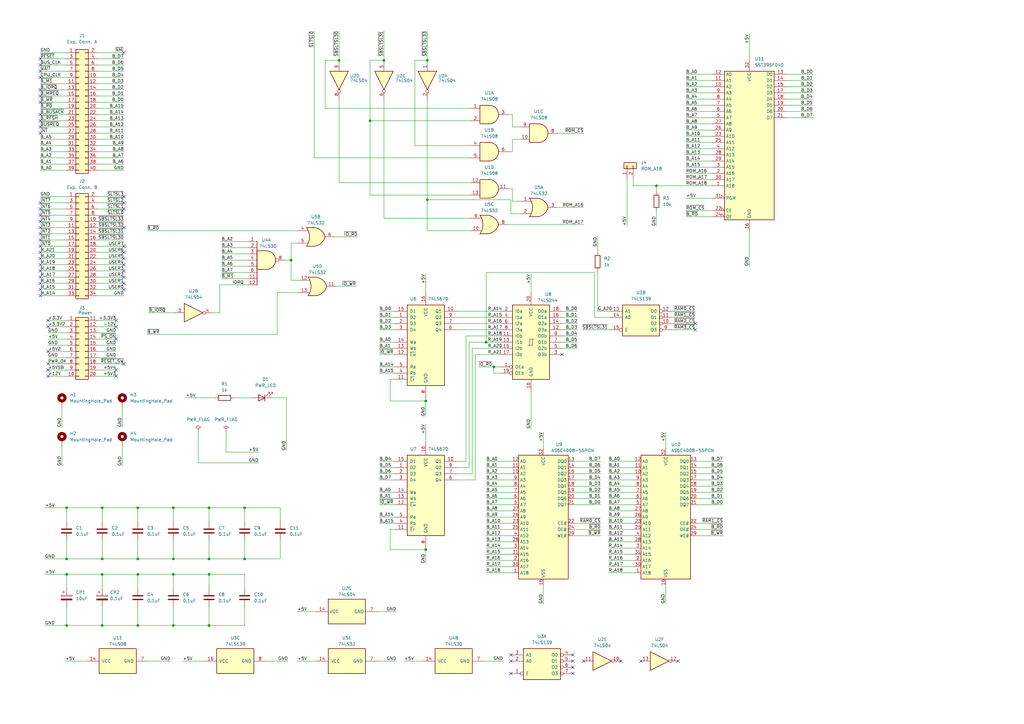
<source format=kicad_sch>
(kicad_sch (version 20230121) (generator eeschema)
  (paper "A3")
  (title_block (title "A SZ80C board with an MSX memory mapper and MSX ROMs") (date "2023-09-27") (rev "1.0"))
  (junction (at 56.515 229.235))
  (junction (at 27.305 256.54))
  (junction (at 71.12 256.54))
  (junction (at 41.91 256.54))
  (junction (at 202.565 150.495))
  (junction (at 71.12 235.585))
  (junction (at 41.91 235.585))
  (junction (at 269.24 76.2))
  (junction (at 27.305 235.585))
  (junction (at 56.515 235.585))
  (junction (at 56.515 256.54))
  (junction (at 71.12 229.235))
  (junction (at 100.33 229.235))
  (junction (at 174.625 225.425))
  (junction (at 175.26 81.915))
  (junction (at 157.48 24.765))
  (junction (at 175.26 24.765))
  (junction (at 41.91 229.235))
  (junction (at 139.065 24.765))
  (junction (at 27.305 208.28))
  (junction (at 71.12 208.28))
  (junction (at 151.765 49.53))
  (junction (at 27.305 229.235))
  (junction (at 100.33 208.28))
  (junction (at 199.39 140.335))
  (junction (at 174.625 164.465))
  (junction (at 85.725 256.54))
  (junction (at 85.725 235.585))
  (junction (at 56.515 208.28))
  (junction (at 85.725 229.235))
  (junction (at 85.725 208.28))
  (junction (at 119.38 106.68))
  (junction (at 41.91 208.28))
  (no_connect (at 50.8 149.225))
  (no_connect (at 209.55 271.145))
  (no_connect (at 19.685 131.445))
  (no_connect (at 16.51 103.505))
  (no_connect (at 19.685 151.765))
  (no_connect (at 16.51 108.585))
  (no_connect (at 50.8 113.665))
  (no_connect (at 50.8 108.585))
  (no_connect (at 16.51 116.205))
  (no_connect (at 50.8 116.205))
  (no_connect (at 209.55 276.225))
  (no_connect (at 50.8 103.505))
  (no_connect (at 234.95 273.685))
  (no_connect (at 16.51 54.61))
  (no_connect (at 285.115 135.255))
  (no_connect (at 16.51 49.53))
  (no_connect (at 16.51 90.805))
  (no_connect (at 50.8 80.645))
  (no_connect (at 19.685 133.985))
  (no_connect (at 230.505 145.415))
  (no_connect (at 234.95 271.145))
  (no_connect (at 254.635 271.145))
  (no_connect (at 16.51 111.125))
  (no_connect (at 16.51 106.045))
  (no_connect (at 239.395 271.145))
  (no_connect (at 19.685 149.225))
  (no_connect (at 50.8 21.59))
  (no_connect (at 50.8 93.345))
  (no_connect (at 47.625 139.065))
  (no_connect (at 16.51 88.265))
  (no_connect (at 16.51 24.13))
  (no_connect (at 50.8 85.725))
  (no_connect (at 16.51 113.665))
  (no_connect (at 209.55 268.605))
  (no_connect (at 50.8 100.965))
  (no_connect (at 16.51 52.07))
  (no_connect (at 47.625 133.985))
  (no_connect (at 16.51 39.37))
  (no_connect (at 50.8 118.745))
  (no_connect (at 278.13 271.145))
  (no_connect (at 262.89 271.145))
  (no_connect (at 16.51 85.725))
  (no_connect (at 19.685 154.305))
  (no_connect (at 16.51 31.75))
  (no_connect (at 16.51 95.885))
  (no_connect (at 16.51 98.425))
  (no_connect (at 16.51 26.67))
  (no_connect (at 285.115 132.715))
  (no_connect (at 19.685 144.145))
  (no_connect (at 16.51 41.91))
  (no_connect (at 234.95 276.225))
  (no_connect (at 50.8 111.125))
  (no_connect (at 47.625 151.765))
  (no_connect (at 16.51 29.21))
  (no_connect (at 47.625 131.445))
  (no_connect (at 16.51 118.745))
  (no_connect (at 16.51 36.83))
  (no_connect (at 16.51 83.185))
  (no_connect (at 234.95 268.605))
  (no_connect (at 47.625 154.305))
  (no_connect (at 16.51 121.285))
  (no_connect (at 50.8 106.045))
  (no_connect (at 50.8 83.185))
  (no_connect (at 16.51 46.99))
  (no_connect (at 16.51 100.965))
  (no_connect (at 16.51 93.345))
  (wire (pts (xy 50.8 36.83) (xy 40.005 36.83)))
  (wire (pts (xy 71.12 229.235) (xy 56.515 229.235)))
  (wire (pts (xy 71.12 221.615) (xy 71.12 229.235)))
  (wire (pts (xy 40.005 103.505) (xy 50.8 103.505)))
  (wire (pts (xy 81.28 177.165) (xy 81.28 189.865)))
  (wire (pts (xy 174.625 164.465) (xy 174.625 163.195)))
  (wire (pts (xy 275.59 127.635) (xy 285.115 127.635)))
  (wire (pts (xy 199.39 209.55) (xy 210.185 209.55)))
  (wire (pts (xy 249.555 217.17) (xy 260.35 217.17)))
  (wire (pts (xy 333.375 48.26) (xy 322.58 48.26)))
  (wire (pts (xy 236.855 140.335) (xy 230.505 140.335)))
  (wire (pts (xy 199.39 232.41) (xy 210.185 232.41)))
  (wire (pts (xy 249.555 204.47) (xy 260.35 204.47)))
  (wire (pts (xy 199.39 140.335) (xy 205.105 140.335)))
  (wire (pts (xy 16.51 113.665) (xy 27.305 113.665)))
  (wire (pts (xy 128.905 12.7) (xy 128.905 64.77)))
  (wire (pts (xy 85.725 248.92) (xy 85.725 256.54)))
  (wire (pts (xy 56.515 241.3) (xy 56.515 235.585)))
  (wire (pts (xy 18.415 229.235) (xy 27.305 229.235)))
  (wire (pts (xy 16.51 36.83) (xy 27.305 36.83)))
  (wire (pts (xy 249.555 232.41) (xy 260.35 232.41)))
  (wire (pts (xy 47.625 131.445) (xy 40.005 131.445)))
  (wire (pts (xy 16.51 46.99) (xy 27.305 46.99)))
  (wire (pts (xy 100.33 229.235) (xy 85.725 229.235)))
  (wire (pts (xy 40.005 90.805) (xy 50.8 90.805)))
  (wire (pts (xy 175.26 81.915) (xy 175.26 40.64)))
  (wire (pts (xy 281.305 88.9) (xy 292.1 88.9)))
  (wire (pts (xy 155.575 189.23) (xy 161.925 189.23)))
  (wire (pts (xy 50.165 167.005) (xy 50.165 175.26)))
  (wire (pts (xy 296.545 204.47) (xy 285.75 204.47)))
  (wire (pts (xy 139.065 74.93) (xy 139.065 40.64)))
  (wire (pts (xy 139.065 12.7) (xy 139.065 24.765)))
  (wire (pts (xy 56.515 256.54) (xy 41.91 256.54)))
  (wire (pts (xy 193.04 49.53) (xy 151.765 49.53)))
  (wire (pts (xy 19.685 154.305) (xy 27.305 154.305)))
  (wire (pts (xy 47.625 151.765) (xy 40.005 151.765)))
  (wire (pts (xy 193.04 74.93) (xy 139.065 74.93)))
  (wire (pts (xy 170.18 24.765) (xy 175.26 24.765)))
  (wire (pts (xy 236.855 127.635) (xy 230.505 127.635)))
  (wire (pts (xy 202.565 150.495) (xy 196.215 150.495)))
  (wire (pts (xy 16.51 85.725) (xy 27.305 85.725)))
  (wire (pts (xy 199.39 217.17) (xy 210.185 217.17)))
  (wire (pts (xy 269.24 86.36) (xy 269.24 92.71)))
  (wire (pts (xy 273.05 177.165) (xy 273.05 184.15)))
  (wire (pts (xy 249.555 196.85) (xy 260.35 196.85)))
  (wire (pts (xy 100.33 235.585) (xy 85.725 235.585)))
  (wire (pts (xy 18.415 235.585) (xy 27.305 235.585)))
  (wire (pts (xy 285.75 219.71) (xy 296.545 219.71)))
  (wire (pts (xy 50.8 41.91) (xy 40.005 41.91)))
  (wire (pts (xy 27.305 235.585) (xy 27.305 241.3)))
  (wire (pts (xy 249.555 222.25) (xy 260.35 222.25)))
  (wire (pts (xy 333.375 45.72) (xy 322.58 45.72)))
  (wire (pts (xy 90.805 99.06) (xy 101.6 99.06)))
  (wire (pts (xy 187.325 196.85) (xy 194.945 196.85)))
  (wire (pts (xy 155.575 191.77) (xy 161.925 191.77)))
  (wire (pts (xy 246.38 194.31) (xy 235.585 194.31)))
  (wire (pts (xy 27.305 221.615) (xy 27.305 229.235)))
  (wire (pts (xy 151.765 80.01) (xy 151.765 49.53)))
  (wire (pts (xy 187.325 191.77) (xy 192.405 191.77)))
  (wire (pts (xy 40.005 106.045) (xy 50.8 106.045)))
  (wire (pts (xy 16.51 69.85) (xy 27.305 69.85)))
  (wire (pts (xy 199.39 199.39) (xy 210.185 199.39)))
  (wire (pts (xy 50.8 121.285) (xy 40.005 121.285)))
  (wire (pts (xy 50.8 52.07) (xy 40.005 52.07)))
  (wire (pts (xy 281.305 68.58) (xy 292.1 68.58)))
  (wire (pts (xy 155.575 132.715) (xy 161.925 132.715)))
  (wire (pts (xy 100.33 241.3) (xy 100.33 235.585)))
  (wire (pts (xy 199.39 196.85) (xy 210.185 196.85)))
  (wire (pts (xy 90.805 109.22) (xy 101.6 109.22)))
  (wire (pts (xy 249.555 219.71) (xy 260.35 219.71)))
  (wire (pts (xy 243.84 111.76) (xy 243.84 130.175)))
  (wire (pts (xy 155.575 204.47) (xy 161.925 204.47)))
  (wire (pts (xy 85.725 213.995) (xy 85.725 208.28)))
  (wire (pts (xy 157.48 24.765) (xy 157.48 25.4)))
  (wire (pts (xy 50.8 57.15) (xy 40.005 57.15)))
  (wire (pts (xy 25.4 182.88) (xy 25.4 191.135)))
  (wire (pts (xy 26.67 271.145) (xy 35.56 271.145)))
  (wire (pts (xy 74.93 271.145) (xy 83.82 271.145)))
  (wire (pts (xy 40.005 100.965) (xy 50.8 100.965)))
  (wire (pts (xy 210.185 82.55) (xy 213.36 82.55)))
  (wire (pts (xy 16.51 41.91) (xy 27.305 41.91)))
  (wire (pts (xy 155.575 142.875) (xy 161.925 142.875)))
  (wire (pts (xy 27.305 256.54) (xy 27.305 248.92)))
  (wire (pts (xy 209.55 81.915) (xy 175.26 81.915)))
  (wire (pts (xy 19.685 146.685) (xy 27.305 146.685)))
  (wire (pts (xy 194.945 145.415) (xy 205.105 145.415)))
  (wire (pts (xy 50.8 62.23) (xy 40.005 62.23)))
  (wire (pts (xy 273.05 247.65) (xy 273.05 240.03)))
  (wire (pts (xy 208.28 77.47) (xy 210.185 77.47)))
  (wire (pts (xy 193.04 89.535) (xy 157.48 89.535)))
  (wire (pts (xy 281.305 43.18) (xy 292.1 43.18)))
  (wire (pts (xy 160.02 164.465) (xy 174.625 164.465)))
  (wire (pts (xy 187.325 130.175) (xy 205.105 130.175)))
  (wire (pts (xy 47.625 146.685) (xy 40.005 146.685)))
  (wire (pts (xy 100.33 256.54) (xy 85.725 256.54)))
  (wire (pts (xy 40.005 88.265) (xy 50.8 88.265)))
  (wire (pts (xy 56.515 208.28) (xy 41.91 208.28)))
  (wire (pts (xy 193.04 94.615) (xy 175.26 94.615)))
  (wire (pts (xy 19.685 139.065) (xy 27.305 139.065)))
  (wire (pts (xy 50.8 54.61) (xy 40.005 54.61)))
  (wire (pts (xy 165.735 271.145) (xy 173.355 271.145)))
  (wire (pts (xy 60.325 137.16) (xy 113.665 137.16)))
  (wire (pts (xy 119.38 99.695) (xy 121.92 99.695)))
  (wire (pts (xy 85.725 241.3) (xy 85.725 235.585)))
  (wire (pts (xy 133.35 44.45) (xy 193.04 44.45)))
  (wire (pts (xy 151.765 24.765) (xy 157.48 24.765)))
  (wire (pts (xy 16.51 54.61) (xy 27.305 54.61)))
  (wire (pts (xy 117.475 163.195) (xy 117.475 184.785)))
  (wire (pts (xy 281.305 58.42) (xy 292.1 58.42)))
  (wire (pts (xy 90.805 111.76) (xy 101.6 111.76)))
  (wire (pts (xy 333.375 43.18) (xy 322.58 43.18)))
  (wire (pts (xy 155.575 140.335) (xy 161.925 140.335)))
  (wire (pts (xy 187.325 135.255) (xy 205.105 135.255)))
  (wire (pts (xy 50.8 49.53) (xy 40.005 49.53)))
  (wire (pts (xy 50.8 116.205) (xy 40.005 116.205)))
  (wire (pts (xy 50.8 24.13) (xy 40.005 24.13)))
  (wire (pts (xy 249.555 201.93) (xy 260.35 201.93)))
  (wire (pts (xy 76.2 163.195) (xy 88.265 163.195)))
  (wire (pts (xy 16.51 44.45) (xy 27.305 44.45)))
  (wire (pts (xy 193.675 142.875) (xy 205.105 142.875)))
  (wire (pts (xy 281.305 45.72) (xy 292.1 45.72)))
  (wire (pts (xy 194.945 196.85) (xy 194.945 145.415)))
  (wire (pts (xy 281.305 55.88) (xy 292.1 55.88)))
  (wire (pts (xy 199.39 194.31) (xy 210.185 194.31)))
  (wire (pts (xy 100.33 208.28) (xy 85.725 208.28)))
  (wire (pts (xy 90.805 101.6) (xy 101.6 101.6)))
  (wire (pts (xy 50.8 34.29) (xy 40.005 34.29)))
  (wire (pts (xy 50.8 46.99) (xy 40.005 46.99)))
  (wire (pts (xy 245.11 111.125) (xy 245.11 127.635)))
  (wire (pts (xy 246.38 204.47) (xy 235.585 204.47)))
  (wire (pts (xy 47.625 136.525) (xy 40.005 136.525)))
  (wire (pts (xy 114.935 221.615) (xy 114.935 229.235)))
  (wire (pts (xy 118.11 271.145) (xy 109.22 271.145)))
  (wire (pts (xy 81.28 189.865) (xy 106.045 189.865)))
  (wire (pts (xy 122.555 114.935) (xy 119.38 114.935)))
  (wire (pts (xy 92.71 185.42) (xy 106.045 185.42)))
  (wire (pts (xy 281.305 66.04) (xy 292.1 66.04)))
  (wire (pts (xy 47.625 133.985) (xy 40.005 133.985)))
  (wire (pts (xy 19.685 133.985) (xy 27.305 133.985)))
  (wire (pts (xy 16.51 29.21) (xy 27.305 29.21)))
  (wire (pts (xy 249.555 234.95) (xy 260.35 234.95)))
  (wire (pts (xy 281.305 53.34) (xy 292.1 53.34)))
  (wire (pts (xy 175.26 12.7) (xy 175.26 24.765)))
  (wire (pts (xy 285.75 217.17) (xy 296.545 217.17)))
  (wire (pts (xy 50.8 59.69) (xy 40.005 59.69)))
  (wire (pts (xy 192.405 191.77) (xy 192.405 140.335)))
  (wire (pts (xy 71.12 235.585) (xy 56.515 235.585)))
  (wire (pts (xy 155.575 214.63) (xy 161.925 214.63)))
  (wire (pts (xy 40.005 83.185) (xy 50.8 83.185)))
  (wire (pts (xy 100.33 248.92) (xy 100.33 256.54)))
  (wire (pts (xy 235.585 214.63) (xy 246.38 214.63)))
  (wire (pts (xy 210.185 52.07) (xy 210.185 46.99)))
  (wire (pts (xy 206.375 271.145) (xy 198.755 271.145)))
  (wire (pts (xy 16.51 49.53) (xy 27.305 49.53)))
  (wire (pts (xy 16.51 59.69) (xy 27.305 59.69)))
  (wire (pts (xy 209.55 87.63) (xy 209.55 81.915)))
  (wire (pts (xy 25.4 167.005) (xy 25.4 175.26)))
  (wire (pts (xy 16.51 39.37) (xy 27.305 39.37)))
  (wire (pts (xy 222.885 247.65) (xy 222.885 240.03)))
  (wire (pts (xy 119.38 106.68) (xy 119.38 99.695)))
  (wire (pts (xy 162.56 271.145) (xy 154.94 271.145)))
  (wire (pts (xy 281.305 40.64) (xy 292.1 40.64)))
  (wire (pts (xy 16.51 26.67) (xy 27.305 26.67)))
  (wire (pts (xy 246.38 191.77) (xy 235.585 191.77)))
  (wire (pts (xy 243.84 130.175) (xy 250.19 130.175)))
  (wire (pts (xy 85.725 229.235) (xy 71.12 229.235)))
  (wire (pts (xy 296.545 196.85) (xy 285.75 196.85)))
  (wire (pts (xy 281.305 71.12) (xy 292.1 71.12)))
  (wire (pts (xy 208.28 92.075) (xy 239.395 92.075)))
  (wire (pts (xy 174.625 112.395) (xy 174.625 120.015)))
  (wire (pts (xy 161.925 145.415) (xy 155.575 145.415)))
  (wire (pts (xy 275.59 130.175) (xy 285.115 130.175)))
  (wire (pts (xy 202.565 153.035) (xy 202.565 150.495)))
  (wire (pts (xy 245.11 103.505) (xy 245.11 97.155)))
  (wire (pts (xy 249.555 224.79) (xy 260.35 224.79)))
  (wire (pts (xy 246.38 196.85) (xy 235.585 196.85)))
  (wire (pts (xy 175.26 94.615) (xy 175.26 81.915)))
  (wire (pts (xy 114.935 213.995) (xy 114.935 208.28)))
  (wire (pts (xy 90.17 128.27) (xy 90.17 116.84)))
  (wire (pts (xy 249.555 199.39) (xy 260.35 199.39)))
  (wire (pts (xy 41.91 213.995) (xy 41.91 208.28)))
  (wire (pts (xy 187.325 132.715) (xy 205.105 132.715)))
  (wire (pts (xy 187.325 189.23) (xy 191.135 189.23)))
  (wire (pts (xy 199.39 212.09) (xy 210.185 212.09)))
  (wire (pts (xy 257.175 73.025) (xy 257.175 92.71)))
  (wire (pts (xy 95.885 163.195) (xy 103.505 163.195)))
  (wire (pts (xy 193.04 80.01) (xy 151.765 80.01)))
  (wire (pts (xy 155.575 196.85) (xy 161.925 196.85)))
  (wire (pts (xy 246.38 189.23) (xy 235.585 189.23)))
  (wire (pts (xy 333.375 40.64) (xy 322.58 40.64)))
  (wire (pts (xy 199.39 204.47) (xy 210.185 204.47)))
  (wire (pts (xy 296.545 201.93) (xy 285.75 201.93)))
  (wire (pts (xy 249.555 191.77) (xy 260.35 191.77)))
  (wire (pts (xy 199.39 229.87) (xy 210.185 229.87)))
  (wire (pts (xy 16.51 118.745) (xy 27.305 118.745)))
  (wire (pts (xy 41.91 208.28) (xy 27.305 208.28)))
  (wire (pts (xy 137.16 97.155) (xy 146.685 97.155)))
  (wire (pts (xy 40.005 98.425) (xy 50.8 98.425)))
  (wire (pts (xy 16.51 121.285) (xy 27.305 121.285)))
  (wire (pts (xy 333.375 33.02) (xy 322.58 33.02)))
  (wire (pts (xy 19.685 144.145) (xy 27.305 144.145)))
  (wire (pts (xy 249.555 214.63) (xy 260.35 214.63)))
  (wire (pts (xy 174.625 170.815) (xy 174.625 164.465)))
  (wire (pts (xy 56.515 213.995) (xy 56.515 208.28)))
  (wire (pts (xy 71.12 208.28) (xy 56.515 208.28)))
  (wire (pts (xy 210.185 57.15) (xy 210.185 62.23)))
  (wire (pts (xy 18.415 256.54) (xy 27.305 256.54)))
  (wire (pts (xy 16.51 31.75) (xy 27.305 31.75)))
  (wire (pts (xy 85.725 221.615) (xy 85.725 229.235)))
  (wire (pts (xy 121.92 271.145) (xy 129.54 271.145)))
  (wire (pts (xy 50.8 67.31) (xy 40.005 67.31)))
  (wire (pts (xy 160.02 225.425) (xy 174.625 225.425)))
  (wire (pts (xy 90.17 116.84) (xy 101.6 116.84)))
  (wire (pts (xy 133.35 24.765) (xy 133.35 44.45)))
  (wire (pts (xy 16.51 108.585) (xy 27.305 108.585)))
  (wire (pts (xy 40.005 141.605) (xy 47.625 141.605)))
  (wire (pts (xy 249.555 212.09) (xy 260.35 212.09)))
  (wire (pts (xy 281.305 73.66) (xy 292.1 73.66)))
  (wire (pts (xy 41.91 235.585) (xy 41.91 241.3)))
  (wire (pts (xy 281.305 33.02) (xy 292.1 33.02)))
  (wire (pts (xy 199.39 189.23) (xy 210.185 189.23)))
  (wire (pts (xy 40.005 108.585) (xy 50.8 108.585)))
  (wire (pts (xy 174.625 225.425) (xy 174.625 224.79)))
  (wire (pts (xy 199.39 201.93) (xy 210.185 201.93)))
  (wire (pts (xy 16.51 93.345) (xy 27.305 93.345)))
  (wire (pts (xy 16.51 116.205) (xy 27.305 116.205)))
  (wire (pts (xy 161.925 155.575) (xy 160.02 155.575)))
  (wire (pts (xy 161.925 217.17) (xy 160.02 217.17)))
  (wire (pts (xy 296.545 207.01) (xy 285.75 207.01)))
  (wire (pts (xy 16.51 52.07) (xy 27.305 52.07)))
  (wire (pts (xy 41.91 229.235) (xy 27.305 229.235)))
  (wire (pts (xy 191.135 189.23) (xy 191.135 137.795)))
  (wire (pts (xy 155.575 212.09) (xy 161.925 212.09)))
  (wire (pts (xy 71.12 213.995) (xy 71.12 208.28)))
  (wire (pts (xy 199.39 219.71) (xy 210.185 219.71)))
  (wire (pts (xy 90.805 114.3) (xy 101.6 114.3)))
  (wire (pts (xy 155.575 153.035) (xy 161.925 153.035)))
  (wire (pts (xy 113.665 120.015) (xy 113.665 137.16)))
  (wire (pts (xy 60.96 128.27) (xy 71.755 128.27)))
  (wire (pts (xy 19.685 131.445) (xy 27.305 131.445)))
  (wire (pts (xy 50.8 64.77) (xy 40.005 64.77)))
  (wire (pts (xy 199.39 227.33) (xy 210.185 227.33)))
  (wire (pts (xy 246.38 207.01) (xy 235.585 207.01)))
  (wire (pts (xy 249.555 194.31) (xy 260.35 194.31)))
  (wire (pts (xy 47.625 144.145) (xy 40.005 144.145)))
  (wire (pts (xy 16.51 57.15) (xy 27.305 57.15)))
  (wire (pts (xy 50.8 113.665) (xy 40.005 113.665)))
  (wire (pts (xy 296.545 194.31) (xy 285.75 194.31)))
  (wire (pts (xy 191.135 137.795) (xy 205.105 137.795)))
  (wire (pts (xy 27.305 213.995) (xy 27.305 208.28)))
  (wire (pts (xy 281.305 63.5) (xy 292.1 63.5)))
  (wire (pts (xy 210.185 77.47) (xy 210.185 82.55)))
  (wire (pts (xy 100.33 213.995) (xy 100.33 208.28)))
  (wire (pts (xy 249.555 227.33) (xy 260.35 227.33)))
  (wire (pts (xy 160.02 155.575) (xy 160.02 164.465)))
  (wire (pts (xy 19.685 149.225) (xy 27.305 149.225)))
  (wire (pts (xy 47.625 154.305) (xy 40.005 154.305)))
  (wire (pts (xy 155.575 194.31) (xy 161.925 194.31)))
  (wire (pts (xy 333.375 35.56) (xy 322.58 35.56)))
  (wire (pts (xy 246.38 201.93) (xy 235.585 201.93)))
  (wire (pts (xy 19.685 151.765) (xy 27.305 151.765)))
  (wire (pts (xy 160.02 217.17) (xy 160.02 225.425)))
  (wire (pts (xy 16.51 64.77) (xy 27.305 64.77)))
  (wire (pts (xy 213.36 57.15) (xy 210.185 57.15)))
  (wire (pts (xy 249.555 209.55) (xy 260.35 209.55)))
  (wire (pts (xy 122.555 120.015) (xy 113.665 120.015)))
  (wire (pts (xy 16.51 80.645) (xy 27.305 80.645)))
  (wire (pts (xy 238.76 135.255) (xy 250.19 135.255)))
  (wire (pts (xy 50.8 31.75) (xy 40.005 31.75)))
  (wire (pts (xy 155.575 150.495) (xy 161.925 150.495)))
  (wire (pts (xy 193.04 64.77) (xy 128.905 64.77)))
  (wire (pts (xy 50.8 69.85) (xy 40.005 69.85)))
  (wire (pts (xy 47.625 139.065) (xy 40.005 139.065)))
  (wire (pts (xy 27.305 235.585) (xy 41.91 235.585)))
  (wire (pts (xy 119.38 114.935) (xy 119.38 106.68)))
  (wire (pts (xy 16.51 98.425) (xy 27.305 98.425)))
  (wire (pts (xy 333.375 38.1) (xy 322.58 38.1)))
  (wire (pts (xy 245.11 127.635) (xy 250.19 127.635)))
  (wire (pts (xy 16.51 88.265) (xy 27.305 88.265)))
  (wire (pts (xy 121.92 250.825) (xy 129.54 250.825)))
  (wire (pts (xy 281.305 35.56) (xy 292.1 35.56)))
  (wire (pts (xy 199.39 234.95) (xy 210.185 234.95)))
  (wire (pts (xy 161.925 207.01) (xy 155.575 207.01)))
  (wire (pts (xy 228.6 54.61) (xy 239.395 54.61)))
  (wire (pts (xy 307.34 95.25) (xy 307.34 109.22)))
  (wire (pts (xy 199.39 207.01) (xy 210.185 207.01)))
  (wire (pts (xy 162.56 250.825) (xy 154.94 250.825)))
  (wire (pts (xy 50.165 182.88) (xy 50.165 191.135)))
  (wire (pts (xy 281.305 30.48) (xy 292.1 30.48)))
  (wire (pts (xy 205.105 150.495) (xy 202.565 150.495)))
  (wire (pts (xy 16.51 106.045) (xy 27.305 106.045)))
  (wire (pts (xy 114.935 229.235) (xy 100.33 229.235)))
  (wire (pts (xy 155.575 130.175) (xy 161.925 130.175)))
  (wire (pts (xy 199.39 222.25) (xy 210.185 222.25)))
  (wire (pts (xy 155.575 135.255) (xy 161.925 135.255)))
  (wire (pts (xy 281.305 48.26) (xy 292.1 48.26)))
  (wire (pts (xy 56.515 221.615) (xy 56.515 229.235)))
  (wire (pts (xy 16.51 95.885) (xy 27.305 95.885)))
  (wire (pts (xy 71.12 241.3) (xy 71.12 235.585)))
  (wire (pts (xy 137.795 117.475) (xy 146.05 117.475)))
  (wire (pts (xy 269.24 78.74) (xy 269.24 76.2)))
  (wire (pts (xy 235.585 219.71) (xy 246.38 219.71)))
  (wire (pts (xy 85.725 208.28) (xy 71.12 208.28)))
  (wire (pts (xy 16.51 67.31) (xy 27.305 67.31)))
  (wire (pts (xy 50.8 44.45) (xy 40.005 44.45)))
  (wire (pts (xy 275.59 135.255) (xy 285.115 135.255)))
  (wire (pts (xy 193.675 194.31) (xy 193.675 142.875)))
  (wire (pts (xy 69.85 271.145) (xy 60.96 271.145)))
  (wire (pts (xy 275.59 132.715) (xy 285.115 132.715)))
  (wire (pts (xy 199.39 111.76) (xy 243.84 111.76)))
  (wire (pts (xy 174.625 173.99) (xy 174.625 181.61)))
  (wire (pts (xy 296.545 191.77) (xy 285.75 191.77)))
  (wire (pts (xy 199.39 111.76) (xy 199.39 140.335)))
  (wire (pts (xy 16.51 21.59) (xy 27.305 21.59)))
  (wire (pts (xy 50.8 21.59) (xy 40.005 21.59)))
  (wire (pts (xy 16.51 111.125) (xy 27.305 111.125)))
  (wire (pts (xy 16.51 103.505) (xy 27.305 103.505)))
  (wire (pts (xy 40.005 93.345) (xy 50.8 93.345)))
  (wire (pts (xy 249.555 207.01) (xy 260.35 207.01)))
  (wire (pts (xy 155.575 201.93) (xy 161.925 201.93)))
  (wire (pts (xy 199.39 214.63) (xy 210.185 214.63)))
  (wire (pts (xy 56.515 229.235) (xy 41.91 229.235)))
  (wire (pts (xy 116.84 106.68) (xy 119.38 106.68)))
  (wire (pts (xy 281.305 60.96) (xy 292.1 60.96)))
  (wire (pts (xy 236.855 132.715) (xy 230.505 132.715)))
  (wire (pts (xy 71.12 248.92) (xy 71.12 256.54)))
  (wire (pts (xy 100.33 221.615) (xy 100.33 229.235)))
  (wire (pts (xy 292.1 86.36) (xy 281.305 86.36)))
  (wire (pts (xy 50.8 111.125) (xy 40.005 111.125)))
  (wire (pts (xy 259.715 76.2) (xy 269.24 76.2)))
  (wire (pts (xy 228.6 85.09) (xy 239.395 85.09)))
  (wire (pts (xy 217.805 112.395) (xy 217.805 120.015)))
  (wire (pts (xy 292.1 81.28) (xy 281.305 81.28)))
  (wire (pts (xy 333.375 30.48) (xy 322.58 30.48)))
  (wire (pts (xy 281.305 38.1) (xy 292.1 38.1)))
  (wire (pts (xy 155.575 127.635) (xy 161.925 127.635)))
  (wire (pts (xy 217.805 175.895) (xy 217.805 160.655)))
  (wire (pts (xy 50.8 29.21) (xy 40.005 29.21)))
  (wire (pts (xy 90.805 106.68) (xy 101.6 106.68)))
  (wire (pts (xy 199.39 224.79) (xy 210.185 224.79)))
  (wire (pts (xy 50.8 118.745) (xy 40.005 118.745)))
  (wire (pts (xy 281.305 50.8) (xy 292.1 50.8)))
  (wire (pts (xy 193.04 59.69) (xy 170.18 59.69)))
  (wire (pts (xy 205.105 153.035) (xy 202.565 153.035)))
  (wire (pts (xy 60.325 94.615) (xy 121.92 94.615)))
  (wire (pts (xy 187.325 194.31) (xy 193.675 194.31)))
  (wire (pts (xy 85.725 235.585) (xy 71.12 235.585)))
  (wire (pts (xy 50.8 149.225) (xy 40.005 149.225)))
  (wire (pts (xy 174.625 231.14) (xy 174.625 225.425)))
  (wire (pts (xy 16.51 24.13) (xy 27.305 24.13)))
  (wire (pts (xy 210.185 62.23) (xy 208.28 62.23)))
  (wire (pts (xy 19.685 136.525) (xy 27.305 136.525)))
  (wire (pts (xy 41.91 256.54) (xy 41.91 248.92)))
  (wire (pts (xy 213.36 87.63) (xy 209.55 87.63)))
  (wire (pts (xy 139.065 24.765) (xy 139.065 25.4)))
  (wire (pts (xy 285.75 214.63) (xy 296.545 214.63)))
  (wire (pts (xy 157.48 12.7) (xy 157.48 24.765)))
  (wire (pts (xy 16.51 83.185) (xy 27.305 83.185)))
  (wire (pts (xy 27.305 256.54) (xy 41.91 256.54)))
  (wire (pts (xy 192.405 140.335) (xy 199.39 140.335)))
  (wire (pts (xy 40.005 80.645) (xy 50.8 80.645)))
  (wire (pts (xy 40.005 85.725) (xy 50.8 85.725)))
  (wire (pts (xy 56.515 248.92) (xy 56.515 256.54)))
  (wire (pts (xy 236.855 130.175) (xy 230.505 130.175)))
  (wire (pts (xy 85.725 256.54) (xy 71.12 256.54)))
  (wire (pts (xy 56.515 235.585) (xy 41.91 235.585)))
  (wire (pts (xy 16.51 90.805) (xy 27.305 90.805)))
  (wire (pts (xy 199.39 191.77) (xy 210.185 191.77)))
  (wire (pts (xy 151.765 49.53) (xy 151.765 24.765)))
  (wire (pts (xy 236.855 137.795) (xy 230.505 137.795)))
  (wire (pts (xy 16.51 100.965) (xy 27.305 100.965)))
  (wire (pts (xy 213.36 52.07) (xy 210.185 52.07)))
  (wire (pts (xy 19.685 141.605) (xy 27.305 141.605)))
  (wire (pts (xy 296.545 199.39) (xy 285.75 199.39)))
  (wire (pts (xy 114.935 208.28) (xy 100.33 208.28)))
  (wire (pts (xy 249.555 229.87) (xy 260.35 229.87)))
  (wire (pts (xy 71.12 256.54) (xy 56.515 256.54)))
  (wire (pts (xy 40.005 95.885) (xy 50.8 95.885)))
  (wire (pts (xy 259.715 73.025) (xy 259.715 76.2)))
  (wire (pts (xy 269.24 76.2) (xy 292.1 76.2)))
  (wire (pts (xy 41.91 221.615) (xy 41.91 229.235)))
  (wire (pts (xy 175.26 25.4) (xy 175.26 24.765)))
  (wire (pts (xy 249.555 189.23) (xy 260.35 189.23)))
  (wire (pts (xy 210.185 46.99) (xy 208.28 46.99)))
  (wire (pts (xy 236.855 135.255) (xy 230.505 135.255)))
  (wire (pts (xy 18.415 208.28) (xy 27.305 208.28)))
  (wire (pts (xy 187.325 127.635) (xy 205.105 127.635)))
  (wire (pts (xy 50.8 26.67) (xy 40.005 26.67)))
  (wire (pts (xy 222.885 177.165) (xy 222.885 184.15)))
  (wire (pts (xy 307.34 13.97) (xy 307.34 24.13)))
  (wire (pts (xy 50.8 39.37) (xy 40.005 39.37)))
  (wire (pts (xy 157.48 89.535) (xy 157.48 40.64)))
  (wire (pts (xy 296.545 189.23) (xy 285.75 189.23)))
  (wire (pts (xy 16.51 62.23) (xy 27.305 62.23)))
  (wire (pts (xy 235.585 217.17) (xy 246.38 217.17)))
  (wire (pts (xy 170.18 59.69) (xy 170.18 24.765)))
  (wire (pts (xy 90.805 104.14) (xy 101.6 104.14)))
  (wire (pts (xy 92.71 177.165) (xy 92.71 185.42)))
  (wire (pts (xy 86.995 128.27) (xy 90.17 128.27)))
  (wire (pts (xy 117.475 163.195) (xy 111.125 163.195)))
  (wire (pts (xy 246.38 199.39) (xy 235.585 199.39)))
  (wire (pts (xy 236.855 142.875) (xy 230.505 142.875)))
  (wire (pts (xy 133.35 24.765) (xy 139.065 24.765)))
  (wire (pts (xy 16.51 34.29) (xy 27.305 34.29)))
  (label "~{RAM3_CS}" (at 285.115 135.255 180))
  (label "~{SBSLTSL30}" (at 50.8 98.425 180))
  (label "GND" (at 50.165 175.26 90))
  (label "+5V" (at 222.885 177.165 270))
  (label "+5V" (at 174.625 112.395 270))
  (label "USER4" (at 50.8 108.585 180))
  (label "~{RESET}" (at 16.51 24.13 0))
  (label "+5V" (at 217.805 112.395 270))
  (label "GND" (at 25.4 191.135 90))
  (label "R_A17" (at 200.025 135.255 0))
  (label "GND" (at 269.24 92.71 90))
  (label "B_A7" (at 90.805 111.76 0))
  (label "ROM_A16" (at 239.395 85.09 180))
  (label "B_D5" (at 236.855 140.335 180))
  (label "B_D4" (at 246.38 196.85 180))
  (label "GND" (at 47.625 144.145 180))
  (label "~{INT}" (at 16.51 54.61 0))
  (label "B_D2" (at 296.545 201.93 180))
  (label "~{SLTSL1}" (at 50.8 85.725 180))
  (label "B_A11" (at 249.555 217.17 0))
  (label "B_A8" (at 281.305 50.8 0))
  (label "B_A1" (at 16.51 67.31 0))
  (label "GND" (at 50.165 191.135 90))
  (label "B_A9" (at 50.8 59.69 180))
  (label "B_D4" (at 50.8 31.75 180))
  (label "GND" (at 16.51 21.59 0))
  (label "B_A6" (at 90.805 109.22 0))
  (label "B_A9" (at 249.555 212.09 0))
  (label "B_D2" (at 236.855 132.715 180))
  (label "B_A3" (at 249.555 196.85 0))
  (label "B_A6" (at 199.39 204.47 0))
  (label "M_A19" (at 16.51 108.585 0))
  (label "B_A8" (at 50.8 62.23 180))
  (label "B_A0" (at 155.575 201.93 0))
  (label "+5V2" (at 19.685 144.145 0))
  (label "B_A1" (at 281.305 33.02 0))
  (label "~{PS_ON}" (at 47.625 139.065 180))
  (label "B_A5" (at 16.51 57.15 0))
  (label "B_A1" (at 155.575 142.875 0))
  (label "B_D3" (at 236.855 135.255 180))
  (label "B_D6" (at 155.575 194.31 0))
  (label "B_A4" (at 16.51 59.69 0))
  (label "R_A19" (at 200.025 140.335 0))
  (label "~{IO_RD}" (at 196.215 150.495 0))
  (label "B_A14" (at 155.575 212.09 0))
  (label "~{INT1}" (at 16.51 98.425 0))
  (label "+5V" (at 257.175 92.71 90))
  (label "BUS_CLK" (at 16.51 26.67 0))
  (label "~{INT0}" (at 16.51 100.965 0))
  (label "~{B_M1}" (at 16.51 34.29 0))
  (label "B_A12" (at 249.555 219.71 0))
  (label "GND" (at 16.51 80.645 0))
  (label "B_A6" (at 50.8 67.31 180))
  (label "+5V" (at 165.735 271.145 0))
  (label "+5V" (at 18.415 208.28 0))
  (label "B_A3" (at 16.51 62.23 0))
  (label "GND" (at 307.34 109.22 90))
  (label "B_D7" (at 246.38 189.23 180))
  (label "~{RAM0_CS}" (at 285.115 127.635 180))
  (label "B_A12" (at 281.305 60.96 0))
  (label "B_A8" (at 199.39 209.55 0))
  (label "B_D5" (at 50.8 29.21 180))
  (label "B_D3" (at 50.8 34.29 180))
  (label "+5V" (at 106.045 185.42 180))
  (label "~{B_RFSH}" (at 16.51 49.53 0))
  (label "USER2" (at 50.8 113.665 180))
  (label "B_A1" (at 199.39 191.77 0))
  (label "+5V" (at 121.92 271.145 0))
  (label "~{IO_WR}" (at 146.05 117.475 180))
  (label "USER5" (at 50.8 106.045 180))
  (label "B_A5" (at 249.555 201.93 0))
  (label "GND" (at 174.625 231.14 90))
  (label "B_A7" (at 50.8 64.77 180))
  (label "GND" (at 174.625 170.815 90))
  (label "B_A11" (at 281.305 58.42 0))
  (label "R_A17" (at 249.555 232.41 0))
  (label "B_A15" (at 155.575 153.035 0))
  (label "M_A16" (at 16.51 116.205 0))
  (label "CPU_CLK" (at 16.51 31.75 0))
  (label "~{SBSLTSL31}" (at 157.48 12.7 270))
  (label "B_A13" (at 281.305 63.5 0))
  (label "GND" (at 19.685 136.525 0))
  (label "GND" (at 25.4 175.26 90))
  (label "B_D6" (at 50.8 26.67 180))
  (label "R_A14" (at 199.39 224.79 0))
  (label "B_D1" (at 155.575 130.175 0))
  (label "B_D2" (at 246.38 201.93 180))
  (label "B_A2" (at 249.555 194.31 0))
  (label "GND" (at 106.045 189.865 180))
  (label "B_A7" (at 199.39 207.01 0))
  (label "B_A13" (at 249.555 222.25 0))
  (label "B_D7" (at 296.545 189.23 180))
  (label "GND" (at 206.375 271.145 180))
  (label "B_A10" (at 281.305 55.88 0))
  (label "~{B_RD}" (at 296.545 217.17 180))
  (label "~{RAM2_CS}" (at 285.115 132.715 180))
  (label "~{NMI}" (at 50.8 21.59 180))
  (label "PWR_OK" (at 19.685 149.225 0))
  (label "R_A16" (at 199.39 229.87 0))
  (label "~{WAIT}" (at 16.51 29.21 0))
  (label "B_A11" (at 50.8 54.61 180))
  (label "+5V3" (at 47.625 154.305 180))
  (label "B_D7" (at 50.8 24.13 180))
  (label "B_A15" (at 155.575 214.63 0))
  (label "R_A18" (at 200.025 137.795 0))
  (label "B_A4" (at 249.555 199.39 0))
  (label "B_A15" (at 281.305 68.58 0))
  (label "~{SBSLTSL33}" (at 175.26 12.7 270))
  (label "ROM_A17" (at 239.395 92.075 180))
  (label "B_A14" (at 155.575 150.495 0))
  (label "R_A17" (at 199.39 232.41 0))
  (label "B_A13" (at 50.8 49.53 180))
  (label "B_A12" (at 199.39 219.71 0))
  (label "USER3" (at 50.8 111.125 180))
  (label "B_A7" (at 281.305 48.26 0))
  (label "+5V" (at 281.305 81.28 0))
  (label "R_A18" (at 199.39 234.95 0))
  (label "-12V" (at 47.625 133.985 180))
  (label "~{B_WR}" (at 60.325 137.16 0))
  (label "B_D7" (at 333.375 48.26 180))
  (label "~{IO_RD}" (at 146.685 97.155 180))
  (label "R_A14" (at 249.555 224.79 0))
  (label "B_A2" (at 281.305 35.56 0))
  (label "~{SBSLTSL31}" (at 50.8 95.885 180))
  (label "+5V" (at 174.625 173.99 270))
  (label "+5V" (at 74.93 271.145 0))
  (label "B_D4" (at 296.545 196.85 180))
  (label "B_D4" (at 333.375 40.64 180))
  (label "~{SBSLTSL33}" (at 50.8 90.805 180))
  (label "~{B_BUSACK}" (at 16.51 46.99 0))
  (label "M_A21" (at 16.51 103.505 0))
  (label "B_A9" (at 199.39 212.09 0))
  (label "ROM_A18" (at 281.305 76.2 0))
  (label "B_D3" (at 296.545 199.39 180))
  (label "B_A10" (at 50.8 57.15 180))
  (label "GND" (at 69.85 271.145 180))
  (label "B_A0" (at 249.555 189.23 0))
  (label "~{B_MREQ}" (at 16.51 39.37 0))
  (label "B_A0" (at 199.39 189.23 0))
  (label "ROM_A16" (at 281.305 71.12 0))
  (label "B_A3" (at 199.39 196.85 0))
  (label "B_D0" (at 246.38 207.01 180))
  (label "B_D0" (at 333.375 30.48 180))
  (label "+5V" (at 307.34 13.97 270))
  (label "B_A1" (at 249.555 191.77 0))
  (label "B_D3" (at 246.38 199.39 180))
  (label "+5V" (at 26.67 271.145 0))
  (label "B_A10" (at 199.39 214.63 0))
  (label "B_D1" (at 236.855 130.175 180))
  (label "~{ROM_CS}" (at 239.395 54.61 180))
  (label "M_A14" (at 16.51 121.285 0))
  (label "B_D6" (at 246.38 191.77 180))
  (label "R_A16" (at 200.025 132.715 0))
  (label "+3.3V" (at 19.685 131.445 0))
  (label "B_A2" (at 199.39 194.31 0))
  (label "B_A14" (at 281.305 66.04 0))
  (label "R_A21" (at 200.025 145.415 0))
  (label "+5V" (at 273.05 177.165 270))
  (label "R_A14" (at 200.025 127.635 0))
  (label "B_D0" (at 296.545 207.01 180))
  (label "M_A15" (at 16.51 118.745 0))
  (label "USER0" (at 50.8 118.745 180))
  (label "R_A20" (at 200.025 142.875 0))
  (label "GND" (at 18.415 256.54 0))
  (label "B_D0" (at 155.575 127.635 0))
  (label "B_D7" (at 155.575 196.85 0))
  (label "~{INT5}" (at 16.51 88.265 0))
  (label "B_D0" (at 236.855 127.635 180))
  (label "~{RESET_SW}" (at 50.8 149.225 180))
  (label "~{RAM1_CS}" (at 296.545 214.63 180))
  (label "B_A8" (at 249.555 209.55 0))
  (label "R_A15" (at 199.39 227.33 0))
  (label "GND" (at 222.885 247.65 90))
  (label "B_D0" (at 50.8 41.91 180))
  (label "~{B_RD}" (at 60.325 94.615 0))
  (label "+3.3V3" (at 47.625 131.445 180))
  (label "+5VSB" (at 19.685 151.765 0))
  (label "USER7" (at 50.8 100.965 180))
  (label "+3.3V2" (at 19.685 133.985 0))
  (label "~{SBSLTSL32}" (at 50.8 93.345 180))
  (label "B_D2" (at 155.575 132.715 0))
  (label "B_D1" (at 296.545 204.47 180))
  (label "B_A13" (at 199.39 222.25 0))
  (label "GND" (at 47.625 136.525 180))
  (label "~{RAM0_CS}" (at 246.38 214.63 180))
  (label "B_A6" (at 281.305 45.72 0))
  (label "GND" (at 19.685 146.685 0))
  (label "USER1" (at 50.8 116.205 180))
  (label "B_A4" (at 90.805 104.14 0))
  (label "B_A11" (at 199.39 217.17 0))
  (label "~{B_IORQ}" (at 60.96 128.27 0))
  (label "~{B_WR}" (at 246.38 219.71 180))
  (label "GND" (at 273.05 247.65 90))
  (label "B_D1" (at 333.375 33.02 180))
  (label "B_D5" (at 333.375 43.18 180))
  (label "GND" (at 162.56 250.825 180))
  (label "R_A15" (at 249.555 227.33 0))
  (label "~{B_WR}" (at 16.51 41.91 0))
  (label "GND" (at 50.8 69.85 180))
  (label "B_D2" (at 50.8 36.83 180))
  (label "ROM_A17" (at 281.305 73.66 0))
  (label "~{INT6}" (at 16.51 85.725 0))
  (label "~{INT2}" (at 16.51 95.885 0))
  (label "~{ROM_CS}" (at 281.305 86.36 0))
  (label "~{SLTSL0}" (at 128.905 12.7 270))
  (label "B_D6" (at 236.855 142.875 180))
  (label "B_A10" (at 249.555 214.63 0))
  (label "IORQ" (at 95.25 116.84 0))
  (label "B_A2" (at 16.51 64.77 0))
  (label "GND" (at 117.475 184.785 90))
  (label "GND" (at 245.11 97.155 270))
  (label "M_A20" (at 16.51 106.045 0))
  (label "B_A2" (at 90.805 99.06 0))
  (label "~{IO_WR}" (at 155.575 145.415 0))
  (label "B_A3" (at 90.805 101.6 0))
  (label "B_D3" (at 333.375 38.1 180))
  (label "B_D2" (at 333.375 35.56 180))
  (label "B_A0" (at 16.51 69.85 0))
  (label "B_A12" (at 50.8 52.07 180))
  (label "B_D5" (at 155.575 191.77 0))
  (label "~{RAM1_CS}" (at 285.115 130.175 180))
  (label "GND" (at 217.805 175.895 90))
  (label "+5V4" (at 47.625 151.765 180))
  (label "+5V" (at 19.685 139.065 0))
  (label "B_A4" (at 199.39 199.39 0))
  (label "GND" (at 47.625 146.685 180))
  (label "+5V" (at 121.92 250.825 0))
  (label "~{B_IORQ}" (at 16.51 36.83 0))
  (label "B_D4" (at 155.575 189.23 0))
  (label "USER6" (at 50.8 103.505 180))
  (label "B_A0" (at 281.305 30.48 0))
  (label "~{B_WR}" (at 296.545 219.71 180))
  (label "R_A18" (at 249.555 234.95 0))
  (label "~{B_M1}" (at 90.805 114.3 0))
  (label "B_A0" (at 155.575 140.335 0))
  (label "B_D4" (at 236.855 137.795 180))
  (label "~{B_RD}" (at 246.38 217.17 180))
  (label "B_A14" (at 50.8 46.99 180))
  (label "B_A5" (at 199.39 201.93 0))
  (label "M_A17" (at 16.51 113.665 0))
  (label "B_A1" (at 155.575 204.47 0))
  (label "~{IO_WR}" (at 155.575 207.01 0))
  (label "B_D1" (at 246.38 204.47 180))
  (label "+12V" (at 19.685 154.305 0))
  (label "~{SLTSL2}" (at 50.8 83.185 180))
  (label "+5V" (at 18.415 235.585 0))
  (label "B_D6" (at 296.545 191.77 180))
  (label "~{B_RD}" (at 281.305 88.9 0))
  (label "B_A7" (at 249.555 207.01 0))
  (label "B_A9" (at 281.305 53.34 0))
  (label "B_D6" (at 333.375 45.72 180))
  (label "~{B_RD}" (at 16.51 44.45 0))
  (label "~{SBSLTSL31}" (at 238.76 135.255 0))
  (label "+5V" (at 76.2 163.195 0))
  (label "B_D3" (at 155.575 135.255 0))
  (label "R_A15" (at 200.025 130.175 0))
  (label "GND" (at 162.56 271.145 180))
  (label "GND" (at 18.415 229.235 0))
  (label "~{BUSREQ}" (at 16.51 52.07 0))
  (label "~{SBSLTSL30}" (at 139.065 12.7 270))
  (label "B_A5" (at 90.805 106.68 0))
  (label "B_D5" (at 296.545 194.31 180))
  (label "GND" (at 47.625 141.605 180))
  (label "~{INT4}" (at 16.51 90.805 0))
  (label "~{INT7}" (at 16.51 83.185 0))
  (label "G_A20" (at 245.11 127.635 0))
  (label "GND" (at 50.8 121.285 180))
  (label "B_D1" (at 50.8 39.37 180))
  (label "B_D5" (at 246.38 194.31 180))
  (label "B_A3" (at 281.305 38.1 0))
  (label "M_A18" (at 16.51 111.125 0))
  (label "B_A15" (at 50.8 44.45 180))
  (label "~{SLTSL0}" (at 50.8 88.265 180))
  (label "GND" (at 19.685 141.605 0))
  (label "GND" (at 118.11 271.145 180))
  (label "B_A6" (at 249.555 204.47 0))
  (label "B_A5" (at 281.305 43.18 0))
  (label "~{SLTSL3}" (at 50.8 80.645 180))
  (label "B_A4" (at 281.305 40.64 0))
  (label "R_A16" (at 249.555 229.87 0))
  (label "~{INT3}" (at 16.51 93.345 0))
  (symbol (lib_id "74xx:74LS139") (at 222.25 271.145 0) (unit 1)
    (property "Reference" "U3" (at 222.25 260.985 0))
    (property "Value" "74LS139" (at 222.25 263.525 0))
    (property "Footprint" "Package_DIP:DIP-16_W7.62mm_Socket" (effects hide))
    (property "Datasheet" "http://www.ti.com/lit/ds/symlink/sn74ls139a.pdf" (effects hide))
  )
  (symbol (lib_id "Device:R") (at 269.24 82.55 0) (unit 1)
    (property "Reference" "R3" (at 271.78 81.28 0) (effects (justify left)))
    (property "Value" "10k" (at 271.78 83.82 0) (effects (justify left)))
    (property "Footprint" "Resistor_THT:R_Axial_DIN0204_L3.6mm_D1.6mm_P7.62mm_Horizontal" (effects hide))
  )
  (symbol (lib_id "power:PWR_FLAG") (at 92.71 177.165 0) (unit 1)
    (property "Reference" "#FLG02" (effects hide))
    (property "Value" "PWR_FLAG" (at 92.71 172.085 0))
  )
  (symbol (lib_id "74xx:74LS08") (at 200.66 62.23 0) (unit 2)
    (property "Reference" "U1" (at 200.6517 53.34 0))
    (property "Value" "74LS08" (at 200.6517 55.88 0))
    (property "Footprint" "Package_DIP:DIP-14_W7.62mm_Socket" (effects hide))
    (property "Datasheet" "http://www.ti.com/lit/gpn/sn74LS08" (effects hide))
  )
  (symbol (lib_id "Mechanical:MountingHole_Pad") (at 50.165 180.34 0) (unit 1)
    (property "Reference" "H4" (at 53.34 177.7999 0) (effects (justify left)))
    (property "Value" "MountingHole_Pad" (at 53.34 180.3399 0) (effects (justify left)))
    (property "Footprint" "MountingHole:MountingHole_3.2mm_M3_ISO7380_Pad" (effects hide))
  )
  (symbol (lib_id "Memory_RAM:AS6C4008-55PCN") (at 273.05 212.09 0) (unit 1)
    (property "Reference" "U10" (at 275.2441 182.245 0) (effects (justify left)))
    (property "Value" "AS6C4008-55PCN" (at 275.2441 184.785 0) (effects (justify left)))
    (property "Footprint" "Package_DIP:DIP-32_W15.24mm_Socket" (effects hide))
    (property "Datasheet" "https://www.alliancememory.com/wp-content/uploads/pdf/AS6C4008.pdf" (effects hide))
  )
  (symbol (lib_id "74xx:74LS670") (at 174.625 140.335 0) (unit 1)
    (property "Reference" "U6" (at 169.545 122.555 0))
    (property "Value" "74LS670" (at 179.705 122.555 0))
    (property "Footprint" "Package_DIP:DIP-16_W7.62mm_Socket" (effects hide))
    (property "Datasheet" "http://www.ti.com/lit/gpn/sn74LS670" (effects hide))
  )
  (symbol (lib_id "74xx:74LS139") (at 96.52 271.145 90) (unit 3)
    (property "Reference" "U3" (at 96.52 261.62 90))
    (property "Value" "74LS139" (at 96.52 264.16 90))
    (property "Footprint" "Package_DIP:DIP-16_W7.62mm_Socket" (effects hide))
    (property "Datasheet" "http://www.ti.com/lit/ds/symlink/sn74ls139a.pdf" (effects hide))
  )
  (symbol (lib_id "74xx:74LS32") (at 129.54 97.155 0) (unit 2)
    (property "Reference" "U5" (at 129.54 88.9 0))
    (property "Value" "74LS32" (at 129.54 91.44 0))
    (property "Footprint" "Package_DIP:DIP-14_W7.62mm_Socket" (effects hide))
    (property "Datasheet" "http://www.ti.com/lit/gpn/sn74LS32" (effects hide))
  )
  (symbol (lib_id "Device:LED") (at 107.315 163.195 180) (unit 1)
    (property "Reference" "D1" (at 108.9025 155.575 0))
    (property "Value" "PWR_LED" (at 108.9025 158.115 0))
    (property "Footprint" "LED_THT:LED_D3.0mm" (effects hide))
  )
  (symbol (lib_id "74xx:74LS04") (at 142.24 250.825 90) (unit 7)
    (property "Reference" "U2" (at 142.24 241.3 90))
    (property "Value" "74LS04" (at 142.24 243.84 90))
    (property "Footprint" "Package_DIP:DIP-14_W7.62mm_Socket" (effects hide))
    (property "Datasheet" "http://www.ti.com/lit/gpn/sn74LS04" (effects hide))
  )
  (symbol (lib_id "74xx:74LS670") (at 174.625 201.93 0) (unit 1)
    (property "Reference" "U7" (at 169.545 184.15 0))
    (property "Value" "74LS670" (at 179.705 184.15 0))
    (property "Footprint" "Package_DIP:DIP-16_W7.62mm_Socket" (effects hide))
    (property "Datasheet" "http://www.ti.com/lit/gpn/sn74LS670" (effects hide))
  )
  (symbol (lib_id "Device:R") (at 92.075 163.195 90) (unit 1)
    (property "Reference" "R1" (at 92.075 157.48 90))
    (property "Value" "1k" (at 92.075 160.02 90))
    (property "Footprint" "Resistor_THT:R_Axial_DIN0204_L3.6mm_D1.6mm_P7.62mm_Horizontal" (effects hide))
  )
  (symbol (lib_id "Device:C") (at 56.515 245.11 0) (unit 1)
    (property "Reference" "C4" (at 60.325 243.84 0) (effects (justify left)))
    (property "Value" "0.1uF" (at 60.325 246.38 0) (effects (justify left)))
    (property "Footprint" "Capacitor_THT:C_Disc_D5.0mm_W2.5mm_P2.50mm" (effects hide))
  )
  (symbol (lib_id "74xx:74LS04") (at 270.51 271.145 0) (unit 6)
    (property "Reference" "U2" (at 270.51 262.255 0))
    (property "Value" "74LS04" (at 270.51 264.795 0))
    (property "Footprint" "Package_DIP:DIP-14_W7.62mm_Socket" (effects hide))
    (property "Datasheet" "http://www.ti.com/lit/gpn/sn74LS04" (effects hide))
  )
  (symbol (lib_id "Mechanical:MountingHole_Pad") (at 25.4 164.465 0) (unit 1)
    (property "Reference" "H1" (at 28.575 161.9249 0) (effects (justify left)))
    (property "Value" "MountingHole_Pad" (at 28.575 164.4649 0) (effects (justify left)))
    (property "Footprint" "MountingHole:MountingHole_3.2mm_M3_ISO7380_Pad" (effects hide))
  )
  (symbol (lib_id "Mechanical:MountingHole_Pad") (at 50.165 164.465 0) (unit 1)
    (property "Reference" "H3" (at 53.34 161.9249 0) (effects (justify left)))
    (property "Value" "MountingHole_Pad" (at 53.34 164.4649 0) (effects (justify left)))
    (property "Footprint" "MountingHole:MountingHole_3.2mm_M3_ISO7380_Pad" (effects hide))
  )
  (symbol (lib_id "74xx:74LS08") (at 220.98 54.61 0) (unit 3)
    (property "Reference" "U1" (at 220.9717 45.72 0))
    (property "Value" "74LS08" (at 220.9717 48.26 0))
    (property "Footprint" "Package_DIP:DIP-14_W7.62mm_Socket" (effects hide))
    (property "Datasheet" "http://www.ti.com/lit/gpn/sn74LS08" (effects hide))
  )
  (symbol (lib_id "Device:C") (at 100.33 245.11 0) (unit 1)
    (property "Reference" "C10" (at 104.14 243.84 0) (effects (justify left)))
    (property "Value" "0.1uF" (at 104.14 246.38 0) (effects (justify left)))
    (property "Footprint" "Capacitor_THT:C_Disc_D5.0mm_W2.5mm_P2.50mm" (effects hide))
  )
  (symbol (lib_id "Connector_Generic:Conn_02x10_Top_Bottom") (at 32.385 141.605 0) (unit 1)
    (property "Reference" "J3" (at 33.655 126.365 0))
    (property "Value" "Power" (at 34.925 128.27 0))
    (property "Footprint" "Connector_IDC:IDC-Header_2x10_P2.54mm_Horizontal" (effects hide))
  )
  (symbol (lib_id "74xx:74LS04") (at 139.065 33.02 270) (unit 4)
    (property "Reference" "U2" (at 143.51 31.115 90) (effects (justify left)))
    (property "Value" "74LS04" (at 143.51 33.02 90) (effects (justify left)))
    (property "Footprint" "Package_DIP:DIP-14_W7.62mm_Socket" (effects hide))
    (property "Datasheet" "http://www.ti.com/lit/gpn/sn74LS04" (effects hide))
  )
  (symbol (lib_id "74xx:74LS30") (at 186.055 271.145 90) (unit 2)
    (property "Reference" "U4" (at 186.055 261.62 90))
    (property "Value" "74LS30" (at 186.055 264.16 90))
    (property "Footprint" "Package_DIP:DIP-14_W7.62mm_Socket" (effects hide))
    (property "Datasheet" "http://www.ti.com/lit/gpn/sn74LS30" (effects hide))
  )
  (symbol (lib_id "74xx:74LS04") (at 79.375 128.27 0) (unit 2)
    (property "Reference" "U2" (at 79.375 119.38 0))
    (property "Value" "74LS04" (at 79.375 121.92 0))
    (property "Footprint" "Package_DIP:DIP-14_W7.62mm_Socket" (effects hide))
    (property "Datasheet" "http://www.ti.com/lit/gpn/sn74LS04" (effects hide))
  )
  (symbol (lib_id "74xx:74LS04") (at 175.26 33.02 270) (unit 1)
    (property "Reference" "U2" (at 179.705 31.115 90) (effects (justify left)))
    (property "Value" "74LS04" (at 179.705 33.02 90) (effects (justify left)))
    (property "Footprint" "Package_DIP:DIP-14_W7.62mm_Socket" (effects hide))
    (property "Datasheet" "http://www.ti.com/lit/gpn/sn74LS04" (effects hide))
  )
  (symbol (lib_id "74xx:74LS32") (at 130.175 117.475 0) (unit 4)
    (property "Reference" "U5" (at 130.175 109.22 0))
    (property "Value" "74LS32" (at 130.175 111.76 0))
    (property "Footprint" "Package_DIP:DIP-14_W7.62mm_Socket" (effects hide))
    (property "Datasheet" "http://www.ti.com/lit/gpn/sn74LS32" (effects hide))
  )
  (symbol (lib_id "Device:C") (at 41.91 217.805 0) (unit 1)
    (property "Reference" "C2" (at 45.72 216.535 0) (effects (justify left)))
    (property "Value" "0.1uF" (at 45.72 219.075 0) (effects (justify left)))
    (property "Footprint" "Capacitor_THT:C_Disc_D5.0mm_W2.5mm_P2.50mm" (effects hide))
  )
  (symbol (lib_id "74xx:74LS08") (at 200.66 77.47 0) (unit 4)
    (property "Reference" "U1" (at 200.6517 68.58 0))
    (property "Value" "74LS08" (at 200.6517 71.12 0))
    (property "Footprint" "Package_DIP:DIP-14_W7.62mm_Socket" (effects hide))
    (property "Datasheet" "http://www.ti.com/lit/gpn/sn74LS08" (effects hide))
  )
  (symbol (lib_id "74xx:74LS30") (at 109.22 106.68 0) (unit 1)
    (property "Reference" "U4" (at 109.22 98.425 0))
    (property "Value" "74LS30" (at 109.855 100.965 0))
    (property "Footprint" "Package_DIP:DIP-14_W7.62mm_Socket" (effects hide))
    (property "Datasheet" "http://www.ti.com/lit/gpn/sn74LS30" (effects hide))
  )
  (symbol (lib_id "Device:C") (at 85.725 217.805 0) (unit 1)
    (property "Reference" "C7" (at 89.535 216.535 0) (effects (justify left)))
    (property "Value" "0.1uF" (at 89.535 219.075 0) (effects (justify left)))
    (property "Footprint" "Capacitor_THT:C_Disc_D5.0mm_W2.5mm_P2.50mm" (effects hide))
  )
  (symbol (lib_id "74xx:74LS244") (at 217.805 140.335 0) (unit 1)
    (property "Reference" "U8" (at 223.52 120.65 0) (effects (justify left)))
    (property "Value" "74LS244" (at 220.345 123.19 0) (effects (justify left)))
    (property "Footprint" "Package_DIP:DIP-20_W7.62mm_Socket" (effects hide))
    (property "Datasheet" "http://www.ti.com/lit/ds/symlink/sn74ls244.pdf" (effects hide))
  )
  (symbol (lib_id "74xx:74LS32") (at 142.24 271.145 90) (unit 5)
    (property "Reference" "U5" (at 142.24 261.62 90))
    (property "Value" "74LS32" (at 142.24 264.16 90))
    (property "Footprint" "Package_DIP:DIP-14_W7.62mm_Socket" (effects hide))
    (property "Datasheet" "http://www.ti.com/lit/gpn/sn74LS32" (effects hide))
  )
  (symbol (lib_id "Device:C") (at 100.33 217.805 0) (unit 1)
    (property "Reference" "C9" (at 104.14 216.535 0) (effects (justify left)))
    (property "Value" "0.1uF" (at 104.14 219.075 0) (effects (justify left)))
    (property "Footprint" "Capacitor_THT:C_Disc_D5.0mm_W2.5mm_P2.50mm" (effects hide))
  )
  (symbol (lib_id "Device:C") (at 71.12 217.805 0) (unit 1)
    (property "Reference" "C5" (at 74.93 216.535 0) (effects (justify left)))
    (property "Value" "0.1uF" (at 74.93 219.075 0) (effects (justify left)))
    (property "Footprint" "Capacitor_THT:C_Disc_D5.0mm_W2.5mm_P2.50mm" (effects hide))
  )
  (symbol (lib_id "Mechanical:MountingHole_Pad") (at 25.4 180.34 0) (unit 1)
    (property "Reference" "H2" (at 28.575 177.7999 0) (effects (justify left)))
    (property "Value" "MountingHole_Pad" (at 28.575 180.3399 0) (effects (justify left)))
    (property "Footprint" "MountingHole:MountingHole_3.2mm_M3_ISO7380_Pad" (effects hide))
  )
  (symbol (lib_id "74xx:74LS04") (at 157.48 33.02 270) (unit 3)
    (property "Reference" "U2" (at 164.465 31.115 90))
    (property "Value" "74LS04" (at 165.735 33.02 90))
    (property "Footprint" "Package_DIP:DIP-14_W7.62mm_Socket" (effects hide))
    (property "Datasheet" "http://www.ti.com/lit/gpn/sn74LS04" (effects hide))
  )
  (symbol (lib_id "Device:C_Polarized") (at 41.91 245.11 0) (unit 1)
    (property "Reference" "CP2" (at 45.085 242.951 0) (effects (justify left)))
    (property "Value" "0.1uF" (at 45.085 245.491 0) (effects (justify left)))
    (property "Footprint" "Capacitor_THT:CP_Radial_D5.0mm_P2.50mm" (effects hide))
  )
  (symbol (lib_id "Connector_Generic:Conn_02x20_Odd_Even") (at 32.385 44.45 0) (unit 1)
    (property "Reference" "J1" (at 33.655 14.605 0))
    (property "Value" "Exp. Conn. A" (at 33.655 17.145 0))
    (property "Footprint" "Connector_IDC:IDC-Header_2x20_P2.54mm_Horizontal" (effects hide))
  )
  (symbol (lib_id "Memory_RAM:AS6C4008-55PCN") (at 222.885 212.09 0) (unit 1)
    (property "Reference" "U9" (at 227.965 182.245 0) (effects (justify left)))
    (property "Value" "AS6C4008-55PCN" (at 226.06 184.785 0) (effects (justify left)))
    (property "Footprint" "Package_DIP:DIP-32_W15.24mm_Socket" (effects hide))
    (property "Datasheet" "https://www.alliancememory.com/wp-content/uploads/pdf/AS6C4008.pdf" (effects hide))
  )
  (symbol (lib_id "74xx:74LS32") (at 220.98 85.09 0) (unit 1)
    (property "Reference" "U5" (at 220.98 76.835 0))
    (property "Value" "74LS32" (at 220.98 79.375 0))
    (property "Footprint" "Package_DIP:DIP-14_W7.62mm_Socket" (effects hide))
    (property "Datasheet" "http://www.ti.com/lit/gpn/sn74LS32" (effects hide))
  )
  (symbol (lib_id "74xx:74LS139") (at 262.89 130.175 0) (unit 2)
    (property "Reference" "U3" (at 262.89 120.015 0))
    (property "Value" "74LS139" (at 262.89 122.555 0))
    (property "Footprint" "Package_DIP:DIP-16_W7.62mm_Socket" (effects hide))
    (property "Datasheet" "http://www.ti.com/lit/ds/symlink/sn74ls139a.pdf" (effects hide))
  )
  (symbol (lib_id "74xx:74LS08") (at 48.26 271.145 90) (unit 5)
    (property "Reference" "U1" (at 48.26 261.62 90))
    (property "Value" "74LS08" (at 48.26 264.16 90))
    (property "Footprint" "Package_DIP:DIP-14_W7.62mm_Socket" (effects hide))
    (property "Datasheet" "http://www.ti.com/lit/gpn/sn74LS08" (effects hide))
  )
  (symbol (lib_id "Device:C") (at 27.305 217.805 0) (unit 1)
    (property "Reference" "C1" (at 31.115 216.535 0) (effects (justify left)))
    (property "Value" "0.1uF" (at 31.115 219.075 0) (effects (justify left)))
    (property "Footprint" "Capacitor_THT:C_Disc_D5.0mm_W2.5mm_P2.50mm" (effects hide))
  )
  (symbol (lib_id "Device:C") (at 114.935 217.805 0) (unit 1)
    (property "Reference" "C11" (at 118.745 216.535 0) (effects (justify left)))
    (property "Value" "0.1uF" (at 118.745 219.075 0) (effects (justify left)))
    (property "Footprint" "Capacitor_THT:C_Disc_D5.0mm_W2.5mm_P2.50mm" (effects hide))
  )
  (symbol (lib_id "Connector_Generic:Conn_01x02") (at 257.175 67.945 90) (unit 1)
    (property "Reference" "J4" (at 262.89 66.675 90) (effects (justify right)))
    (property "Value" "ROM_A18" (at 262.89 69.215 90) (effects (justify right)))
    (property "Footprint" "Connector_PinHeader_2.54mm:PinHeader_1x02_P2.54mm_Horizontal" (effects hide))
  )
  (symbol (lib_id "Device:C_Polarized") (at 27.305 245.11 0) (unit 1)
    (property "Reference" "CP1" (at 31.115 242.951 0) (effects (justify left)))
    (property "Value" "10uF" (at 31.115 245.491 0) (effects (justify left)))
    (property "Footprint" "Capacitor_THT:CP_Radial_D5.0mm_P2.50mm" (effects hide))
  )
  (symbol (lib_id "Memory_Flash:SST39SF040") (at 307.34 60.96 0) (unit 1)
    (property "Reference" "U11" (at 309.5341 24.13 0) (effects (justify left)))
    (property "Value" "SST39SF040" (at 309.5341 26.67 0) (effects (justify left)))
    (property "Footprint" "Package_DIP:DIP-32_W15.24mm_Socket" (effects hide))
    (property "Datasheet" "http://ww1.microchip.com/downloads/en/DeviceDoc/25022B.pdf" (effects hide))
  )
  (symbol (lib_id "74xx:74LS04") (at 247.015 271.145 0) (unit 5)
    (property "Reference" "U2" (at 247.015 262.255 0))
    (property "Value" "74LS04" (at 247.015 264.795 0))
    (property "Footprint" "Package_DIP:DIP-14_W7.62mm_Socket" (effects hide))
    (property "Datasheet" "http://www.ti.com/lit/gpn/sn74LS04" (effects hide))
  )
  (symbol (lib_id "Connector_Generic:Conn_02x17_Odd_Even") (at 32.385 100.965 0) (unit 1)
    (property "Reference" "J2" (at 33.655 74.295 0))
    (property "Value" "Exp. Conn. B" (at 33.655 76.835 0))
    (property "Footprint" "Connector_IDC:IDC-Header_2x17_P2.54mm_Horizontal" (effects hide))
  )
  (symbol (lib_id "74xx:74LS32") (at 200.66 92.075 0) (unit 3)
    (property "Reference" "U5" (at 200.66 83.82 0))
    (property "Value" "74LS32" (at 200.66 86.36 0))
    (property "Footprint" "Package_DIP:DIP-14_W7.62mm_Socket" (effects hide))
    (property "Datasheet" "http://www.ti.com/lit/gpn/sn74LS32" (effects hide))
  )
  (symbol (lib_id "power:PWR_FLAG") (at 81.28 177.165 0) (unit 1)
    (property "Reference" "#FLG01" (effects hide))
    (property "Value" "PWR_FLAG" (at 81.28 172.085 0))
  )
  (symbol (lib_id "Device:C") (at 56.515 217.805 0) (unit 1)
    (property "Reference" "C3" (at 60.325 216.535 0) (effects (justify left)))
    (property "Value" "0.1uF" (at 60.325 219.075 0) (effects (justify left)))
    (property "Footprint" "Capacitor_THT:C_Disc_D5.0mm_W2.5mm_P2.50mm" (effects hide))
  )
  (symbol (lib_id "Device:R") (at 245.11 107.315 180) (unit 1)
    (property "Reference" "R2" (at 247.65 106.045 0) (effects (justify right)))
    (property "Value" "1k" (at 247.65 108.585 0) (effects (justify right)))
    (property "Footprint" "Resistor_THT:R_Axial_DIN0204_L3.6mm_D1.6mm_P7.62mm_Horizontal" (effects hide))
  )
  (symbol (lib_id "74xx:74LS08") (at 200.66 46.99 0) (unit 1)
    (property "Reference" "U1" (at 200.6517 38.1 0))
    (property "Value" "74LS08" (at 200.6517 40.64 0))
    (property "Footprint" "Package_DIP:DIP-14_W7.62mm_Socket" (effects hide))
    (property "Datasheet" "http://www.ti.com/lit/gpn/sn74LS08" (effects hide))
  )
  (symbol (lib_id "Device:C") (at 71.12 245.11 0) (unit 1)
    (property "Reference" "C6" (at 74.93 243.84 0) (effects (justify left)))
    (property "Value" "0.1uF" (at 74.93 246.38 0) (effects (justify left)))
    (property "Footprint" "Capacitor_THT:C_Disc_D5.0mm_W2.5mm_P2.50mm" (effects hide))
  )
  (symbol (lib_id "Device:C") (at 85.725 245.11 0) (unit 1)
    (property "Reference" "C8" (at 89.535 243.84 0) (effects (justify left)))
    (property "Value" "0.1uF" (at 89.535 246.38 0) (effects (justify left)))
    (property "Footprint" "Capacitor_THT:C_Disc_D5.0mm_W2.5mm_P2.50mm" (effects hide))
  )
)
</source>
